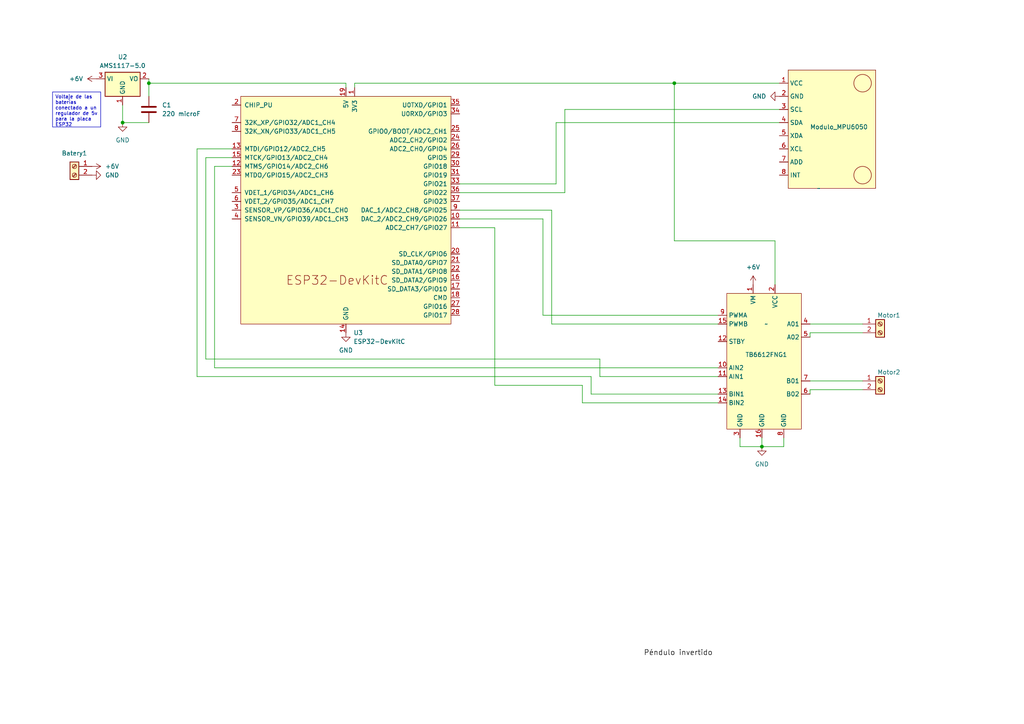
<source format=kicad_sch>
(kicad_sch (version 20230121) (generator eeschema)

  (uuid 8b9ca891-f50e-4c59-9602-21f8bc6a5dd2)

  (paper "A4")

  (lib_symbols
    (symbol "1_my_custom_symbol_library:Módulo_TB6612FNG" (in_bom yes) (on_board yes)
      (property "Reference" "TB6612FNG1" (at 0 -8.89 0)
        (effects (font (size 1.27 1.27)))
      )
      (property "Value" "~" (at 0 0 0)
        (effects (font (size 1.27 1.27)))
      )
      (property "Footprint" "" (at 0 0 0)
        (effects (font (size 1.27 1.27)) hide)
      )
      (property "Datasheet" "" (at 0 0 0)
        (effects (font (size 1.27 1.27)) hide)
      )
      (symbol "Módulo_TB6612FNG_1_1"
        (rectangle (start -10.16 8.89) (end 11.43 -30.48)
          (stroke (width 0) (type default))
          (fill (type background))
        )
        (pin power_in line (at 3.81 11.43 270) (length 2.54)
          (name "VM" (effects (font (size 1.27 1.27))))
          (number "1" (effects (font (size 1.27 1.27))))
        )
        (pin input line (at 13.97 -12.7 180) (length 2.54)
          (name "AIN2" (effects (font (size 1.27 1.27))))
          (number "10" (effects (font (size 1.27 1.27))))
        )
        (pin input line (at 13.97 -15.24 180) (length 2.54)
          (name "AIN1" (effects (font (size 1.27 1.27))))
          (number "11" (effects (font (size 1.27 1.27))))
        )
        (pin input line (at 13.97 -5.08 180) (length 2.54)
          (name "STBY" (effects (font (size 1.27 1.27))))
          (number "12" (effects (font (size 1.27 1.27))))
        )
        (pin input line (at 13.97 -20.32 180) (length 2.54)
          (name "BIN1" (effects (font (size 1.27 1.27))))
          (number "13" (effects (font (size 1.27 1.27))))
        )
        (pin input line (at 13.97 -22.86 180) (length 2.54)
          (name "BIN2" (effects (font (size 1.27 1.27))))
          (number "14" (effects (font (size 1.27 1.27))))
        )
        (pin bidirectional line (at 13.97 0 180) (length 2.54)
          (name "PWMB" (effects (font (size 1.27 1.27))))
          (number "15" (effects (font (size 1.27 1.27))))
        )
        (pin power_in line (at 1.27 -33.02 90) (length 2.54)
          (name "GND" (effects (font (size 1.27 1.27))))
          (number "16" (effects (font (size 1.27 1.27))))
        )
        (pin power_in line (at -2.54 11.43 270) (length 2.54)
          (name "VCC" (effects (font (size 1.27 1.27))))
          (number "2" (effects (font (size 1.27 1.27))))
        )
        (pin power_in line (at 7.62 -33.02 90) (length 2.54)
          (name "GND" (effects (font (size 1.27 1.27))))
          (number "3" (effects (font (size 1.27 1.27))))
        )
        (pin output line (at -12.7 0 0) (length 2.54)
          (name "A01" (effects (font (size 1.27 1.27))))
          (number "4" (effects (font (size 1.27 1.27))))
        )
        (pin output line (at -12.7 -3.81 0) (length 2.54)
          (name "A02" (effects (font (size 1.27 1.27))))
          (number "5" (effects (font (size 1.27 1.27))))
        )
        (pin output line (at -12.7 -20.32 0) (length 2.54)
          (name "B02" (effects (font (size 1.27 1.27))))
          (number "6" (effects (font (size 1.27 1.27))))
        )
        (pin output line (at -12.7 -16.51 0) (length 2.54)
          (name "B01" (effects (font (size 1.27 1.27))))
          (number "7" (effects (font (size 1.27 1.27))))
        )
        (pin power_in line (at -5.08 -33.02 90) (length 2.54)
          (name "GND" (effects (font (size 1.27 1.27))))
          (number "8" (effects (font (size 1.27 1.27))))
        )
        (pin bidirectional line (at 13.97 2.54 180) (length 2.54)
          (name "PWMA" (effects (font (size 1.27 1.27))))
          (number "9" (effects (font (size 1.27 1.27))))
        )
      )
    )
    (symbol "1_my_custom_symbol_library:módulo_MPU6050" (in_bom yes) (on_board yes)
      (property "Reference" "Modulo_MPU6050" (at 0 53.34 0)
        (effects (font (size 1.27 1.27)))
      )
      (property "Value" "" (at 0 0 0)
        (effects (font (size 1.27 1.27)))
      )
      (property "Footprint" "" (at 0 0 0)
        (effects (font (size 1.27 1.27)) hide)
      )
      (property "Datasheet" "" (at 0 0 0)
        (effects (font (size 1.27 1.27)) hide)
      )
      (symbol "módulo_MPU6050_1_1"
        (rectangle (start -8.89 34.29) (end 16.51 0)
          (stroke (width 0) (type default))
          (fill (type background))
        )
        (circle (center 12.7 3.81) (radius 2.54)
          (stroke (width 0) (type default))
          (fill (type none))
        )
        (circle (center 12.7 30.48) (radius 2.54)
          (stroke (width 0) (type default))
          (fill (type none))
        )
        (pin power_in line (at -11.43 30.48 0) (length 2.54)
          (name "VCC" (effects (font (size 1.27 1.27))))
          (number "1" (effects (font (size 1.27 1.27))))
        )
        (pin power_in line (at -11.43 26.67 0) (length 2.54)
          (name "GND" (effects (font (size 1.27 1.27))))
          (number "2" (effects (font (size 1.27 1.27))))
        )
        (pin bidirectional line (at -11.43 22.86 0) (length 2.54)
          (name "SCL" (effects (font (size 1.27 1.27))))
          (number "3" (effects (font (size 1.27 1.27))))
        )
        (pin bidirectional line (at -11.43 19.05 0) (length 2.54)
          (name "SDA" (effects (font (size 1.27 1.27))))
          (number "4" (effects (font (size 1.27 1.27))))
        )
        (pin bidirectional line (at -11.43 15.24 0) (length 2.54)
          (name "XDA" (effects (font (size 1.27 1.27))))
          (number "5" (effects (font (size 1.27 1.27))))
        )
        (pin bidirectional line (at -11.43 11.43 0) (length 2.54)
          (name "XCL" (effects (font (size 1.27 1.27))))
          (number "6" (effects (font (size 1.27 1.27))))
        )
        (pin bidirectional line (at -11.43 7.62 0) (length 2.54)
          (name "ADD" (effects (font (size 1.27 1.27))))
          (number "7" (effects (font (size 1.27 1.27))))
        )
        (pin bidirectional line (at -11.43 3.81 0) (length 2.54)
          (name "INT" (effects (font (size 1.27 1.27))))
          (number "8" (effects (font (size 1.27 1.27))))
        )
      )
    )
    (symbol "Connector:Screw_Terminal_01x02" (pin_names (offset 1.016) hide) (in_bom yes) (on_board yes)
      (property "Reference" "J" (at 0 2.54 0)
        (effects (font (size 1.27 1.27)))
      )
      (property "Value" "Screw_Terminal_01x02" (at 0 -5.08 0)
        (effects (font (size 1.27 1.27)))
      )
      (property "Footprint" "" (at 0 0 0)
        (effects (font (size 1.27 1.27)) hide)
      )
      (property "Datasheet" "~" (at 0 0 0)
        (effects (font (size 1.27 1.27)) hide)
      )
      (property "ki_keywords" "screw terminal" (at 0 0 0)
        (effects (font (size 1.27 1.27)) hide)
      )
      (property "ki_description" "Generic screw terminal, single row, 01x02, script generated (kicad-library-utils/schlib/autogen/connector/)" (at 0 0 0)
        (effects (font (size 1.27 1.27)) hide)
      )
      (property "ki_fp_filters" "TerminalBlock*:*" (at 0 0 0)
        (effects (font (size 1.27 1.27)) hide)
      )
      (symbol "Screw_Terminal_01x02_1_1"
        (rectangle (start -1.27 1.27) (end 1.27 -3.81)
          (stroke (width 0.254) (type default))
          (fill (type background))
        )
        (circle (center 0 -2.54) (radius 0.635)
          (stroke (width 0.1524) (type default))
          (fill (type none))
        )
        (polyline
          (pts
            (xy -0.5334 -2.2098)
            (xy 0.3302 -3.048)
          )
          (stroke (width 0.1524) (type default))
          (fill (type none))
        )
        (polyline
          (pts
            (xy -0.5334 0.3302)
            (xy 0.3302 -0.508)
          )
          (stroke (width 0.1524) (type default))
          (fill (type none))
        )
        (polyline
          (pts
            (xy -0.3556 -2.032)
            (xy 0.508 -2.8702)
          )
          (stroke (width 0.1524) (type default))
          (fill (type none))
        )
        (polyline
          (pts
            (xy -0.3556 0.508)
            (xy 0.508 -0.3302)
          )
          (stroke (width 0.1524) (type default))
          (fill (type none))
        )
        (circle (center 0 0) (radius 0.635)
          (stroke (width 0.1524) (type default))
          (fill (type none))
        )
        (pin passive line (at -5.08 0 0) (length 3.81)
          (name "Pin_1" (effects (font (size 1.27 1.27))))
          (number "1" (effects (font (size 1.27 1.27))))
        )
        (pin passive line (at -5.08 -2.54 0) (length 3.81)
          (name "Pin_2" (effects (font (size 1.27 1.27))))
          (number "2" (effects (font (size 1.27 1.27))))
        )
      )
    )
    (symbol "Device:C" (pin_numbers hide) (pin_names (offset 0.254)) (in_bom yes) (on_board yes)
      (property "Reference" "C" (at 0.635 2.54 0)
        (effects (font (size 1.27 1.27)) (justify left))
      )
      (property "Value" "C" (at 0.635 -2.54 0)
        (effects (font (size 1.27 1.27)) (justify left))
      )
      (property "Footprint" "" (at 0.9652 -3.81 0)
        (effects (font (size 1.27 1.27)) hide)
      )
      (property "Datasheet" "~" (at 0 0 0)
        (effects (font (size 1.27 1.27)) hide)
      )
      (property "ki_keywords" "cap capacitor" (at 0 0 0)
        (effects (font (size 1.27 1.27)) hide)
      )
      (property "ki_description" "Unpolarized capacitor" (at 0 0 0)
        (effects (font (size 1.27 1.27)) hide)
      )
      (property "ki_fp_filters" "C_*" (at 0 0 0)
        (effects (font (size 1.27 1.27)) hide)
      )
      (symbol "C_0_1"
        (polyline
          (pts
            (xy -2.032 -0.762)
            (xy 2.032 -0.762)
          )
          (stroke (width 0.508) (type default))
          (fill (type none))
        )
        (polyline
          (pts
            (xy -2.032 0.762)
            (xy 2.032 0.762)
          )
          (stroke (width 0.508) (type default))
          (fill (type none))
        )
      )
      (symbol "C_1_1"
        (pin passive line (at 0 3.81 270) (length 2.794)
          (name "~" (effects (font (size 1.27 1.27))))
          (number "1" (effects (font (size 1.27 1.27))))
        )
        (pin passive line (at 0 -3.81 90) (length 2.794)
          (name "~" (effects (font (size 1.27 1.27))))
          (number "2" (effects (font (size 1.27 1.27))))
        )
      )
    )
    (symbol "ESP32-DevKitC_1" (pin_names (offset 1.016)) (in_bom yes) (on_board yes)
      (property "Reference" "U" (at -30.48 38.1 0)
        (effects (font (size 1.27 1.27)) (justify left))
      )
      (property "Value" "ESP32-DevKitC" (at -30.48 35.56 0)
        (effects (font (size 1.27 1.27)) (justify left))
      )
      (property "Footprint" "PCM_Espressif:ESP32-DevKitC" (at 0 -43.18 0)
        (effects (font (size 1.27 1.27)) hide)
      )
      (property "Datasheet" "https://docs.espressif.com/projects/esp-idf/zh_CN/latest/esp32/hw-reference/esp32/get-started-devkitc.html" (at 0 -45.72 0)
        (effects (font (size 1.27 1.27)) hide)
      )
      (property "ki_keywords" "ESP32" (at 0 0 0)
        (effects (font (size 1.27 1.27)) hide)
      )
      (property "ki_description" "Development Kit" (at 0 0 0)
        (effects (font (size 1.27 1.27)) hide)
      )
      (symbol "ESP32-DevKitC_1_0_0"
        (text "ESP32-DevKitC" (at -2.54 -20.32 0)
          (effects (font (size 2.54 2.54)))
        )
        (pin power_in line (at 0 -35.56 90) (length 2.54)
          (name "GND" (effects (font (size 1.27 1.27))))
          (number "14" (effects (font (size 1.27 1.27))))
        )
        (pin power_in line (at 0 35.56 270) (length 2.54)
          (name "5V" (effects (font (size 1.27 1.27))))
          (number "19" (effects (font (size 1.27 1.27))))
        )
      )
      (symbol "ESP32-DevKitC_1_0_1"
        (rectangle (start -30.48 33.02) (end 30.48 -33.02)
          (stroke (width 0) (type default))
          (fill (type background))
        )
      )
      (symbol "ESP32-DevKitC_1_1_1"
        (pin power_in line (at 2.54 35.56 270) (length 2.54)
          (name "3V3" (effects (font (size 1.27 1.27))))
          (number "1" (effects (font (size 1.27 1.27))))
        )
        (pin bidirectional line (at 33.02 -2.54 180) (length 2.54)
          (name "DAC_2/ADC2_CH9/GPIO26" (effects (font (size 1.27 1.27))))
          (number "10" (effects (font (size 1.27 1.27))))
        )
        (pin bidirectional line (at 33.02 -5.08 180) (length 2.54)
          (name "ADC2_CH7/GPIO27" (effects (font (size 1.27 1.27))))
          (number "11" (effects (font (size 1.27 1.27))))
        )
        (pin bidirectional line (at -33.02 12.7 0) (length 2.54)
          (name "MTMS/GPIO14/ADC2_CH6" (effects (font (size 1.27 1.27))))
          (number "12" (effects (font (size 1.27 1.27))))
        )
        (pin bidirectional line (at -33.02 17.78 0) (length 2.54)
          (name "MTDI/GPIO12/ADC2_CH5" (effects (font (size 1.27 1.27))))
          (number "13" (effects (font (size 1.27 1.27))))
        )
        (pin bidirectional line (at -33.02 15.24 0) (length 2.54)
          (name "MTCK/GPIO13/ADC2_CH4" (effects (font (size 1.27 1.27))))
          (number "15" (effects (font (size 1.27 1.27))))
        )
        (pin bidirectional line (at 33.02 -20.32 180) (length 2.54)
          (name "SD_DATA2/GPIO9" (effects (font (size 1.27 1.27))))
          (number "16" (effects (font (size 1.27 1.27))))
        )
        (pin bidirectional line (at 33.02 -22.86 180) (length 2.54)
          (name "SD_DATA3/GPIO10" (effects (font (size 1.27 1.27))))
          (number "17" (effects (font (size 1.27 1.27))))
        )
        (pin bidirectional line (at 33.02 -25.4 180) (length 2.54)
          (name "CMD" (effects (font (size 1.27 1.27))))
          (number "18" (effects (font (size 1.27 1.27))))
        )
        (pin input line (at -33.02 30.48 0) (length 2.54)
          (name "CHIP_PU" (effects (font (size 1.27 1.27))))
          (number "2" (effects (font (size 1.27 1.27))))
        )
        (pin bidirectional line (at 33.02 -12.7 180) (length 2.54)
          (name "SD_CLK/GPIO6" (effects (font (size 1.27 1.27))))
          (number "20" (effects (font (size 1.27 1.27))))
        )
        (pin bidirectional line (at 33.02 -15.24 180) (length 2.54)
          (name "SD_DATA0/GPIO7" (effects (font (size 1.27 1.27))))
          (number "21" (effects (font (size 1.27 1.27))))
        )
        (pin bidirectional line (at 33.02 -17.78 180) (length 2.54)
          (name "SD_DATA1/GPIO8" (effects (font (size 1.27 1.27))))
          (number "22" (effects (font (size 1.27 1.27))))
        )
        (pin bidirectional line (at -33.02 10.16 0) (length 2.54)
          (name "MTDO/GPIO15/ADC2_CH3" (effects (font (size 1.27 1.27))))
          (number "23" (effects (font (size 1.27 1.27))))
        )
        (pin bidirectional line (at 33.02 20.32 180) (length 2.54)
          (name "ADC2_CH2/GPIO2" (effects (font (size 1.27 1.27))))
          (number "24" (effects (font (size 1.27 1.27))))
        )
        (pin bidirectional line (at 33.02 22.86 180) (length 2.54)
          (name "GPIO0/BOOT/ADC2_CH1" (effects (font (size 1.27 1.27))))
          (number "25" (effects (font (size 1.27 1.27))))
        )
        (pin bidirectional line (at 33.02 17.78 180) (length 2.54)
          (name "ADC2_CH0/GPIO4" (effects (font (size 1.27 1.27))))
          (number "26" (effects (font (size 1.27 1.27))))
        )
        (pin bidirectional line (at 33.02 -27.94 180) (length 2.54)
          (name "GPIO16" (effects (font (size 1.27 1.27))))
          (number "27" (effects (font (size 1.27 1.27))))
        )
        (pin bidirectional line (at 33.02 -30.48 180) (length 2.54)
          (name "GPIO17" (effects (font (size 1.27 1.27))))
          (number "28" (effects (font (size 1.27 1.27))))
        )
        (pin bidirectional line (at 33.02 15.24 180) (length 2.54)
          (name "GPIO5" (effects (font (size 1.27 1.27))))
          (number "29" (effects (font (size 1.27 1.27))))
        )
        (pin input line (at -33.02 0 0) (length 2.54)
          (name "SENSOR_VP/GPIO36/ADC1_CH0" (effects (font (size 1.27 1.27))))
          (number "3" (effects (font (size 1.27 1.27))))
        )
        (pin bidirectional line (at 33.02 12.7 180) (length 2.54)
          (name "GPIO18" (effects (font (size 1.27 1.27))))
          (number "30" (effects (font (size 1.27 1.27))))
        )
        (pin bidirectional line (at 33.02 10.16 180) (length 2.54)
          (name "GPIO19" (effects (font (size 1.27 1.27))))
          (number "31" (effects (font (size 1.27 1.27))))
        )
        (pin passive line (at 0 -35.56 90) (length 2.54) hide
          (name "GND" (effects (font (size 1.27 1.27))))
          (number "32" (effects (font (size 1.27 1.27))))
        )
        (pin bidirectional line (at 33.02 7.62 180) (length 2.54)
          (name "GPIO21" (effects (font (size 1.27 1.27))))
          (number "33" (effects (font (size 1.27 1.27))))
        )
        (pin bidirectional line (at 33.02 27.94 180) (length 2.54)
          (name "U0RXD/GPIO3" (effects (font (size 1.27 1.27))))
          (number "34" (effects (font (size 1.27 1.27))))
        )
        (pin bidirectional line (at 33.02 30.48 180) (length 2.54)
          (name "U0TXD/GPIO1" (effects (font (size 1.27 1.27))))
          (number "35" (effects (font (size 1.27 1.27))))
        )
        (pin bidirectional line (at 33.02 5.08 180) (length 2.54)
          (name "GPIO22" (effects (font (size 1.27 1.27))))
          (number "36" (effects (font (size 1.27 1.27))))
        )
        (pin bidirectional line (at 33.02 2.54 180) (length 2.54)
          (name "GPIO23" (effects (font (size 1.27 1.27))))
          (number "37" (effects (font (size 1.27 1.27))))
        )
        (pin passive line (at 0 -35.56 90) (length 2.54) hide
          (name "GND" (effects (font (size 1.27 1.27))))
          (number "38" (effects (font (size 1.27 1.27))))
        )
        (pin input line (at -33.02 -2.54 0) (length 2.54)
          (name "SENSOR_VN/GPIO39/ADC1_CH3" (effects (font (size 1.27 1.27))))
          (number "4" (effects (font (size 1.27 1.27))))
        )
        (pin input line (at -33.02 5.08 0) (length 2.54)
          (name "VDET_1/GPIO34/ADC1_CH6" (effects (font (size 1.27 1.27))))
          (number "5" (effects (font (size 1.27 1.27))))
        )
        (pin input line (at -33.02 2.54 0) (length 2.54)
          (name "VDET_2/GPIO35/ADC1_CH7" (effects (font (size 1.27 1.27))))
          (number "6" (effects (font (size 1.27 1.27))))
        )
        (pin bidirectional line (at -33.02 25.4 0) (length 2.54)
          (name "32K_XP/GPIO32/ADC1_CH4" (effects (font (size 1.27 1.27))))
          (number "7" (effects (font (size 1.27 1.27))))
        )
        (pin bidirectional line (at -33.02 22.86 0) (length 2.54)
          (name "32K_XN/GPIO33/ADC1_CH5" (effects (font (size 1.27 1.27))))
          (number "8" (effects (font (size 1.27 1.27))))
        )
        (pin bidirectional line (at 33.02 0 180) (length 2.54)
          (name "DAC_1/ADC2_CH8/GPIO25" (effects (font (size 1.27 1.27))))
          (number "9" (effects (font (size 1.27 1.27))))
        )
      )
    )
    (symbol "Regulator_Linear:AMS1117-5.0" (in_bom yes) (on_board yes)
      (property "Reference" "U" (at -3.81 3.175 0)
        (effects (font (size 1.27 1.27)))
      )
      (property "Value" "AMS1117-5.0" (at 0 3.175 0)
        (effects (font (size 1.27 1.27)) (justify left))
      )
      (property "Footprint" "Package_TO_SOT_SMD:SOT-223-3_TabPin2" (at 0 5.08 0)
        (effects (font (size 1.27 1.27)) hide)
      )
      (property "Datasheet" "http://www.advanced-monolithic.com/pdf/ds1117.pdf" (at 2.54 -6.35 0)
        (effects (font (size 1.27 1.27)) hide)
      )
      (property "ki_keywords" "linear regulator ldo fixed positive" (at 0 0 0)
        (effects (font (size 1.27 1.27)) hide)
      )
      (property "ki_description" "1A Low Dropout regulator, positive, 5.0V fixed output, SOT-223" (at 0 0 0)
        (effects (font (size 1.27 1.27)) hide)
      )
      (property "ki_fp_filters" "SOT?223*TabPin2*" (at 0 0 0)
        (effects (font (size 1.27 1.27)) hide)
      )
      (symbol "AMS1117-5.0_0_1"
        (rectangle (start -5.08 -5.08) (end 5.08 1.905)
          (stroke (width 0.254) (type default))
          (fill (type background))
        )
      )
      (symbol "AMS1117-5.0_1_1"
        (pin power_in line (at 0 -7.62 90) (length 2.54)
          (name "GND" (effects (font (size 1.27 1.27))))
          (number "1" (effects (font (size 1.27 1.27))))
        )
        (pin power_out line (at 7.62 0 180) (length 2.54)
          (name "VO" (effects (font (size 1.27 1.27))))
          (number "2" (effects (font (size 1.27 1.27))))
        )
        (pin power_in line (at -7.62 0 0) (length 2.54)
          (name "VI" (effects (font (size 1.27 1.27))))
          (number "3" (effects (font (size 1.27 1.27))))
        )
      )
    )
    (symbol "power:+6V" (power) (pin_names (offset 0)) (in_bom yes) (on_board yes)
      (property "Reference" "#PWR" (at 0 -3.81 0)
        (effects (font (size 1.27 1.27)) hide)
      )
      (property "Value" "+6V" (at 0 3.556 0)
        (effects (font (size 1.27 1.27)))
      )
      (property "Footprint" "" (at 0 0 0)
        (effects (font (size 1.27 1.27)) hide)
      )
      (property "Datasheet" "" (at 0 0 0)
        (effects (font (size 1.27 1.27)) hide)
      )
      (property "ki_keywords" "global power" (at 0 0 0)
        (effects (font (size 1.27 1.27)) hide)
      )
      (property "ki_description" "Power symbol creates a global label with name \"+6V\"" (at 0 0 0)
        (effects (font (size 1.27 1.27)) hide)
      )
      (symbol "+6V_0_1"
        (polyline
          (pts
            (xy -0.762 1.27)
            (xy 0 2.54)
          )
          (stroke (width 0) (type default))
          (fill (type none))
        )
        (polyline
          (pts
            (xy 0 0)
            (xy 0 2.54)
          )
          (stroke (width 0) (type default))
          (fill (type none))
        )
        (polyline
          (pts
            (xy 0 2.54)
            (xy 0.762 1.27)
          )
          (stroke (width 0) (type default))
          (fill (type none))
        )
      )
      (symbol "+6V_1_1"
        (pin power_in line (at 0 0 90) (length 0) hide
          (name "+6V" (effects (font (size 1.27 1.27))))
          (number "1" (effects (font (size 1.27 1.27))))
        )
      )
    )
    (symbol "power:GND" (power) (pin_names (offset 0)) (in_bom yes) (on_board yes)
      (property "Reference" "#PWR" (at 0 -6.35 0)
        (effects (font (size 1.27 1.27)) hide)
      )
      (property "Value" "GND" (at 0 -3.81 0)
        (effects (font (size 1.27 1.27)))
      )
      (property "Footprint" "" (at 0 0 0)
        (effects (font (size 1.27 1.27)) hide)
      )
      (property "Datasheet" "" (at 0 0 0)
        (effects (font (size 1.27 1.27)) hide)
      )
      (property "ki_keywords" "global power" (at 0 0 0)
        (effects (font (size 1.27 1.27)) hide)
      )
      (property "ki_description" "Power symbol creates a global label with name \"GND\" , ground" (at 0 0 0)
        (effects (font (size 1.27 1.27)) hide)
      )
      (symbol "GND_0_1"
        (polyline
          (pts
            (xy 0 0)
            (xy 0 -1.27)
            (xy 1.27 -1.27)
            (xy 0 -2.54)
            (xy -1.27 -1.27)
            (xy 0 -1.27)
          )
          (stroke (width 0) (type default))
          (fill (type none))
        )
      )
      (symbol "GND_1_1"
        (pin power_in line (at 0 0 270) (length 0) hide
          (name "GND" (effects (font (size 1.27 1.27))))
          (number "1" (effects (font (size 1.27 1.27))))
        )
      )
    )
  )

  (junction (at 35.56 35.56) (diameter 0) (color 0 0 0 0)
    (uuid 43e2b6a7-9c5b-456c-a620-f608d6a2a7d8)
  )
  (junction (at 220.98 129.54) (diameter 0) (color 0 0 0 0)
    (uuid 680d9c45-cd19-4049-8e34-3badad91d2c9)
  )
  (junction (at 43.18 24.13) (diameter 0) (color 0 0 0 0)
    (uuid 97b54786-0e6e-4ae7-9cda-73abcd185eef)
  )
  (junction (at 195.58 24.13) (diameter 0) (color 0 0 0 0)
    (uuid f90a8b45-019b-4c84-bf8e-9d78cfb13f51)
  )

  (wire (pts (xy 43.18 24.13) (xy 100.33 24.13))
    (stroke (width 0) (type default))
    (uuid 00a0713e-bd6a-4de3-9e6c-a0a78867729f)
  )
  (wire (pts (xy 234.95 93.98) (xy 250.19 93.98))
    (stroke (width 0) (type default))
    (uuid 027652c4-6bd6-4f22-babd-aadae5265d05)
  )
  (wire (pts (xy 133.35 55.88) (xy 163.83 55.88))
    (stroke (width 0) (type default))
    (uuid 068a5c92-1e34-4d03-a017-c1d66b4d03cb)
  )
  (wire (pts (xy 173.99 104.14) (xy 173.99 109.22))
    (stroke (width 0) (type default))
    (uuid 083c1b2e-649e-442b-8e40-eae7dfb0fa49)
  )
  (wire (pts (xy 102.87 24.13) (xy 102.87 25.4))
    (stroke (width 0) (type default))
    (uuid 0889f709-6915-4e65-abd7-520dc60ea8bc)
  )
  (wire (pts (xy 43.18 22.86) (xy 43.18 24.13))
    (stroke (width 0) (type default))
    (uuid 0d3b8e97-0fe7-46c8-9144-cfbcf26016eb)
  )
  (wire (pts (xy 62.23 106.68) (xy 208.28 106.68))
    (stroke (width 0) (type default))
    (uuid 0e5e426a-70c0-4114-aceb-79ec5877ca64)
  )
  (wire (pts (xy 171.45 109.22) (xy 171.45 114.3))
    (stroke (width 0) (type default))
    (uuid 16b4a09e-72d0-4af6-9365-d4d756debfa3)
  )
  (wire (pts (xy 227.33 127) (xy 227.33 129.54))
    (stroke (width 0) (type default))
    (uuid 237f1645-40e3-42e6-824b-d24b0c8bde0b)
  )
  (wire (pts (xy 161.29 53.34) (xy 133.35 53.34))
    (stroke (width 0) (type default))
    (uuid 26dee617-b609-412c-a33d-71259158f5ad)
  )
  (wire (pts (xy 57.15 43.18) (xy 67.31 43.18))
    (stroke (width 0) (type default))
    (uuid 291a87e8-1c4c-44f8-b56c-c86c5b803bc1)
  )
  (wire (pts (xy 59.69 45.72) (xy 67.31 45.72))
    (stroke (width 0) (type default))
    (uuid 2ad7fd04-5739-49f9-8474-df9163e32378)
  )
  (wire (pts (xy 57.15 109.22) (xy 57.15 43.18))
    (stroke (width 0) (type default))
    (uuid 2d57aeaa-f1ea-4402-bb18-9b8b95bfa6f6)
  )
  (wire (pts (xy 62.23 48.26) (xy 67.31 48.26))
    (stroke (width 0) (type default))
    (uuid 2e4d03ea-f405-4d77-baf6-12558f8774b3)
  )
  (wire (pts (xy 195.58 24.13) (xy 226.06 24.13))
    (stroke (width 0) (type default))
    (uuid 2f4741d6-fdd0-4fb5-9b40-e3ef3f4a45bd)
  )
  (wire (pts (xy 157.48 63.5) (xy 133.35 63.5))
    (stroke (width 0) (type default))
    (uuid 32608cb3-fd8c-49b1-a58f-7271a0dfe45d)
  )
  (wire (pts (xy 171.45 114.3) (xy 208.28 114.3))
    (stroke (width 0) (type default))
    (uuid 36b97686-12b2-4c02-9f76-fc9640769313)
  )
  (wire (pts (xy 102.87 24.13) (xy 195.58 24.13))
    (stroke (width 0) (type default))
    (uuid 3eba5ade-c0ab-4baa-9b5b-f0253b5bc613)
  )
  (wire (pts (xy 59.69 104.14) (xy 59.69 45.72))
    (stroke (width 0) (type default))
    (uuid 44176924-aa10-4c39-b4b5-fa537f0c1583)
  )
  (wire (pts (xy 62.23 106.68) (xy 62.23 48.26))
    (stroke (width 0) (type default))
    (uuid 5a773a9e-8559-4338-b846-5d4a8864fd0a)
  )
  (wire (pts (xy 214.63 129.54) (xy 214.63 127))
    (stroke (width 0) (type default))
    (uuid 5d5abe2f-8c70-403c-973b-a5fbc77632fb)
  )
  (wire (pts (xy 163.83 31.75) (xy 226.06 31.75))
    (stroke (width 0) (type default))
    (uuid 634d5612-1613-4a08-9000-c84e57c3a7b0)
  )
  (wire (pts (xy 35.56 35.56) (xy 43.18 35.56))
    (stroke (width 0) (type default))
    (uuid 6b2dd282-c11e-4a67-9206-8f9e4468c9ae)
  )
  (wire (pts (xy 220.98 129.54) (xy 214.63 129.54))
    (stroke (width 0) (type default))
    (uuid 6e8bc29d-2b7d-4762-94da-e37bae0fd533)
  )
  (wire (pts (xy 224.79 82.55) (xy 224.79 69.85))
    (stroke (width 0) (type default))
    (uuid 7755c2f8-6cae-4cc7-a67d-19fb6e521ffb)
  )
  (wire (pts (xy 168.91 111.76) (xy 168.91 116.84))
    (stroke (width 0) (type default))
    (uuid 7bceae04-8400-4bdc-89fd-2660eeac04c8)
  )
  (wire (pts (xy 133.35 60.96) (xy 160.02 60.96))
    (stroke (width 0) (type default))
    (uuid 7c2a097f-e843-4dbb-9fae-739240e7dff4)
  )
  (wire (pts (xy 161.29 35.56) (xy 161.29 53.34))
    (stroke (width 0) (type default))
    (uuid 7c6810ac-5512-45d4-b806-934dffe24c77)
  )
  (wire (pts (xy 163.83 31.75) (xy 163.83 55.88))
    (stroke (width 0) (type default))
    (uuid 7e980c48-2c99-472a-9c74-eefeeb22195d)
  )
  (wire (pts (xy 160.02 93.98) (xy 208.28 93.98))
    (stroke (width 0) (type default))
    (uuid 899fdca3-156e-4c35-b39d-4848370a09f5)
  )
  (wire (pts (xy 35.56 35.56) (xy 35.56 30.48))
    (stroke (width 0) (type default))
    (uuid 9ab21008-d469-4298-8352-8a59aee8a8ab)
  )
  (wire (pts (xy 224.79 69.85) (xy 195.58 69.85))
    (stroke (width 0) (type default))
    (uuid 9beeaa04-e669-4668-ad88-6cf6b6643043)
  )
  (wire (pts (xy 143.51 66.04) (xy 133.35 66.04))
    (stroke (width 0) (type default))
    (uuid 9d6d331f-42cd-444d-8d3a-b3385d26ecf9)
  )
  (wire (pts (xy 250.19 113.03) (xy 234.95 113.03))
    (stroke (width 0) (type default))
    (uuid 9ee7d7af-3bf0-4f4a-a033-1f216b010956)
  )
  (wire (pts (xy 161.29 35.56) (xy 226.06 35.56))
    (stroke (width 0) (type default))
    (uuid a190599b-e526-43eb-8a87-b4a11f01873e)
  )
  (wire (pts (xy 195.58 69.85) (xy 195.58 24.13))
    (stroke (width 0) (type default))
    (uuid a26e52db-cd31-4408-88fc-58ca8f1d5ef2)
  )
  (wire (pts (xy 43.18 24.13) (xy 43.18 27.94))
    (stroke (width 0) (type default))
    (uuid a906e8e5-9fd6-407c-9fa0-e5697f1289e4)
  )
  (wire (pts (xy 227.33 129.54) (xy 220.98 129.54))
    (stroke (width 0) (type default))
    (uuid aa94fc0a-5ea9-4ef4-a09d-19bd8983012e)
  )
  (wire (pts (xy 173.99 109.22) (xy 208.28 109.22))
    (stroke (width 0) (type default))
    (uuid aaefcf7b-36ae-4425-9406-04fd2d30abf7)
  )
  (wire (pts (xy 168.91 116.84) (xy 208.28 116.84))
    (stroke (width 0) (type default))
    (uuid b861a8c6-fb0c-483e-bc50-e5559f2cf464)
  )
  (wire (pts (xy 160.02 60.96) (xy 160.02 93.98))
    (stroke (width 0) (type default))
    (uuid bdfafe95-c203-4cba-b1a5-0ab0b6b29e8b)
  )
  (wire (pts (xy 157.48 63.5) (xy 157.48 91.44))
    (stroke (width 0) (type default))
    (uuid ce592c90-a9b3-41a1-a5c1-2b66b2db0fd0)
  )
  (wire (pts (xy 157.48 91.44) (xy 208.28 91.44))
    (stroke (width 0) (type default))
    (uuid da196122-76b0-4757-b0d4-049671a0e3c5)
  )
  (wire (pts (xy 234.95 96.52) (xy 234.95 97.79))
    (stroke (width 0) (type default))
    (uuid e1258fcf-b5fa-4480-9c72-6ca833c627c8)
  )
  (wire (pts (xy 59.69 104.14) (xy 173.99 104.14))
    (stroke (width 0) (type default))
    (uuid eb343b53-e64b-4528-9a7b-78d49ff70bcf)
  )
  (wire (pts (xy 220.98 127) (xy 220.98 129.54))
    (stroke (width 0) (type default))
    (uuid ec7f7b91-512d-443d-89a2-43553cd357d4)
  )
  (wire (pts (xy 100.33 24.13) (xy 100.33 25.4))
    (stroke (width 0) (type default))
    (uuid ed1eb6e0-f215-4d00-918c-a3ec4f8092d4)
  )
  (wire (pts (xy 168.91 111.76) (xy 143.51 111.76))
    (stroke (width 0) (type default))
    (uuid f2960291-71dc-44c8-8c06-3181e631f0e5)
  )
  (wire (pts (xy 250.19 96.52) (xy 234.95 96.52))
    (stroke (width 0) (type default))
    (uuid f41823df-d0c1-4da3-9049-720ac7711201)
  )
  (wire (pts (xy 57.15 109.22) (xy 171.45 109.22))
    (stroke (width 0) (type default))
    (uuid f66e6f52-0f4f-434c-bc5b-e606420934f0)
  )
  (wire (pts (xy 234.95 110.49) (xy 250.19 110.49))
    (stroke (width 0) (type default))
    (uuid f71108fd-0e82-4ce8-905b-5e01e2222269)
  )
  (wire (pts (xy 143.51 111.76) (xy 143.51 66.04))
    (stroke (width 0) (type default))
    (uuid f74a49e4-3b0b-4ca9-a863-02e4e5c398a3)
  )
  (wire (pts (xy 234.95 113.03) (xy 234.95 114.3))
    (stroke (width 0) (type default))
    (uuid fe136a89-1cfb-4247-8a54-671e4e4404ed)
  )

  (text_box "Voltaje de las baterías conectado a un regulador de 5v para la placa ESP32"
    (at 15.24 26.67 0) (size 13.97 10.16)
    (stroke (width 0) (type default))
    (fill (type none))
    (effects (font (size 1 1)) (justify left top))
    (uuid e9a6a564-952c-4297-beb6-8b4487240e96)
  )

  (label "Péndulo invertido" (at 186.69 190.5 0) (fields_autoplaced)
    (effects (font (size 1.5 1.5)) (justify left bottom))
    (uuid 36f46aed-cbbb-4ebb-a9ee-4450bc9301b2)
  )

  (symbol (lib_id "1_my_custom_symbol_library:Módulo_TB6612FNG") (at 222.25 93.98 0) (mirror y) (unit 1)
    (in_bom yes) (on_board yes) (dnp no)
    (uuid 26528b26-00e7-42b1-98ca-ceb257b4f586)
    (property "Reference" "TB6612FNG1" (at 222.25 102.87 0)
      (effects (font (size 1.27 1.27)))
    )
    (property "Value" "~" (at 222.25 93.98 0)
      (effects (font (size 1.27 1.27)))
    )
    (property "Footprint" "1_My_custom_library:Módulo TB6612FNG" (at 222.25 93.98 0)
      (effects (font (size 1.27 1.27)) hide)
    )
    (property "Datasheet" "" (at 222.25 93.98 0)
      (effects (font (size 1.27 1.27)) hide)
    )
    (pin "2" (uuid 765154a0-6a89-4f32-aa0c-87dae3fb5d95))
    (pin "7" (uuid 41cdf215-360b-4464-8b36-0ae7df61f7bf))
    (pin "5" (uuid 46f77744-2a16-4aab-b800-2d71073f5734))
    (pin "8" (uuid 3ddb1cf5-4a61-4c0b-bc2e-290388a910be))
    (pin "3" (uuid 271b087e-0be6-4760-897b-a05c31d7427d))
    (pin "11" (uuid 489ca748-4f25-4b80-a8ac-297059e7414f))
    (pin "1" (uuid 496e4833-d900-4d56-974e-964112bbc529))
    (pin "6" (uuid afdb4f5e-44ad-4b0d-966c-fd9243965c57))
    (pin "9" (uuid 461169a0-f184-42b3-97e6-1cb4b9a30efe))
    (pin "12" (uuid 2658099b-9418-45f6-b844-0498aa01c85e))
    (pin "15" (uuid cba5d1a6-20d0-4a0d-aa60-07b5f6f4fb08))
    (pin "16" (uuid d54059cc-e319-4cb1-b85a-84c5f4e62880))
    (pin "4" (uuid f4a3b549-e5f2-4e31-ad43-a9d12444757d))
    (pin "10" (uuid 24051a18-cc44-46c2-97c0-b1e24c35fcc3))
    (pin "14" (uuid 150cb9a6-5207-4809-bdff-959d9b5a0976))
    (pin "13" (uuid 4b779739-a3d1-41fd-9c50-dd8d96af4e7a))
    (instances
      (project "PCB_pendulo_invertido"
        (path "/8b9ca891-f50e-4c59-9602-21f8bc6a5dd2"
          (reference "TB6612FNG1") (unit 1)
        )
      )
    )
  )

  (symbol (lib_id "power:GND") (at 220.98 129.54 0) (unit 1)
    (in_bom yes) (on_board yes) (dnp no) (fields_autoplaced)
    (uuid 3ddf603d-cfa7-4184-b6ff-e3623793e18b)
    (property "Reference" "#PWR06" (at 220.98 135.89 0)
      (effects (font (size 1.27 1.27)) hide)
    )
    (property "Value" "GND" (at 220.98 134.62 0)
      (effects (font (size 1.27 1.27)))
    )
    (property "Footprint" "" (at 220.98 129.54 0)
      (effects (font (size 1.27 1.27)) hide)
    )
    (property "Datasheet" "" (at 220.98 129.54 0)
      (effects (font (size 1.27 1.27)) hide)
    )
    (pin "1" (uuid 12a95abf-0144-4589-84ff-3d571e6a21d9))
    (instances
      (project "PCB_pendulo_invertido"
        (path "/8b9ca891-f50e-4c59-9602-21f8bc6a5dd2"
          (reference "#PWR06") (unit 1)
        )
      )
    )
  )

  (symbol (lib_id "power:GND") (at 100.33 96.52 0) (unit 1)
    (in_bom yes) (on_board yes) (dnp no) (fields_autoplaced)
    (uuid 653f0c30-a9be-467b-9d78-866b3de42e63)
    (property "Reference" "#PWR05" (at 100.33 102.87 0)
      (effects (font (size 1.27 1.27)) hide)
    )
    (property "Value" "GND" (at 100.33 101.6 0)
      (effects (font (size 1.27 1.27)))
    )
    (property "Footprint" "" (at 100.33 96.52 0)
      (effects (font (size 1.27 1.27)) hide)
    )
    (property "Datasheet" "" (at 100.33 96.52 0)
      (effects (font (size 1.27 1.27)) hide)
    )
    (pin "1" (uuid 51278eda-9181-4fb1-b93b-69a698d8c255))
    (instances
      (project "PCB_pendulo_invertido"
        (path "/8b9ca891-f50e-4c59-9602-21f8bc6a5dd2"
          (reference "#PWR05") (unit 1)
        )
      )
    )
  )

  (symbol (lib_name "ESP32-DevKitC_1") (lib_id "PCM_Espressif:ESP32-DevKitC") (at 100.33 60.96 0) (unit 1)
    (in_bom yes) (on_board yes) (dnp no) (fields_autoplaced)
    (uuid 95ac0a40-d8a8-43db-bd85-271418a47687)
    (property "Reference" "U3" (at 102.5241 96.52 0)
      (effects (font (size 1.27 1.27)) (justify left))
    )
    (property "Value" "ESP32-DevKitC" (at 102.5241 99.06 0)
      (effects (font (size 1.27 1.27)) (justify left))
    )
    (property "Footprint" "PCM_Espressif:ESP32-DevKitC" (at 100.33 104.14 0)
      (effects (font (size 1.27 1.27)) hide)
    )
    (property "Datasheet" "https://docs.espressif.com/projects/esp-idf/zh_CN/latest/esp32/hw-reference/esp32/get-started-devkitc.html" (at 100.33 106.68 0)
      (effects (font (size 1.27 1.27)) hide)
    )
    (pin "36" (uuid 38f642da-9c55-456a-afff-95bb1f922f1d))
    (pin "7" (uuid 71c3412f-e818-4fb0-81fb-4f8dbe1b4ed6))
    (pin "35" (uuid 7a0d90e2-803e-4456-91d6-2ae7b3d503e1))
    (pin "37" (uuid 3034fe53-06f6-45c6-bfdc-c2cbb3cb2c8e))
    (pin "6" (uuid f6a53d06-c1aa-4cdb-b0c1-d6688278c2f6))
    (pin "4" (uuid b84ad035-bb77-41d9-a8a5-9525651fb76a))
    (pin "8" (uuid adf59ce0-224e-4681-ad41-8ddb844b7c83))
    (pin "34" (uuid a7d385ed-5934-41f2-9faa-cbcd257ed74c))
    (pin "5" (uuid 9eb47f1e-21c8-49d8-9cab-e9280405e619))
    (pin "38" (uuid 31066c40-3673-4b5b-a7fb-96ecb22ed4bb))
    (pin "9" (uuid d1714002-3aeb-4fd9-928f-896dc829f107))
    (pin "3" (uuid 7f28ef0b-0b32-470e-837a-15dadb9ced5f))
    (pin "19" (uuid f8c4aad9-1999-4304-a6a9-2b9232872de0))
    (pin "24" (uuid 079ae087-6a50-4834-be29-b59d968b95cd))
    (pin "20" (uuid fc060e77-0113-439a-87be-52fa2585c6a5))
    (pin "1" (uuid 16aeeb6b-7356-49be-9929-82048168d6c9))
    (pin "13" (uuid 81b8d52e-409f-46f1-9472-7e62decb4fab))
    (pin "25" (uuid 6c39dc7e-e7bb-4a84-ab84-9b62e12342d5))
    (pin "27" (uuid 5fcdacf5-0b0d-48a9-8fac-795ff3a222e4))
    (pin "14" (uuid 93521ed6-2c81-4b98-afcc-c9d974157b65))
    (pin "16" (uuid 0e7925ef-a96a-4e92-9926-54d6a6a3e473))
    (pin "30" (uuid 8db6f415-4401-4030-bfda-ad54273dad21))
    (pin "31" (uuid 0a84862d-b175-4ffb-86e8-a791d6b39a5a))
    (pin "15" (uuid be5c3b51-cf06-4002-85fe-4a43633d5a98))
    (pin "10" (uuid 1c1137ee-b63c-415c-8d65-ef9ff0c33b35))
    (pin "11" (uuid 399bbf9b-6a2e-449f-94cb-ffa321eed5ab))
    (pin "2" (uuid f912ac06-9cc8-4836-8e3c-8e43fdc0982b))
    (pin "21" (uuid 3ed95509-e156-439d-88c5-0d55c30795f1))
    (pin "23" (uuid 0e2e03eb-bcc7-4d21-bd6f-793621602b90))
    (pin "32" (uuid 53898da8-c741-42a0-bf9b-a05a9ec70837))
    (pin "33" (uuid 7395d201-9f38-4ace-b653-889d3afb98c9))
    (pin "12" (uuid 2d98423c-cf20-4702-8323-7b349af742e5))
    (pin "22" (uuid ecea1cb5-e123-4bdc-926e-fb4a68caa8fc))
    (pin "18" (uuid df67539b-912f-4f24-9cca-c90f259520f3))
    (pin "26" (uuid b84a77a0-e4c3-4430-9de1-ff291553b8ba))
    (pin "17" (uuid cc738066-fdb6-4ddf-ab03-d7523ad5a91c))
    (pin "28" (uuid 8f3f57fe-90cc-4580-8630-3bae5c01f6da))
    (pin "29" (uuid de060469-89e0-4d22-aa55-b08dc3fef4a2))
    (instances
      (project "PCB_pendulo_invertido"
        (path "/8b9ca891-f50e-4c59-9602-21f8bc6a5dd2"
          (reference "U3") (unit 1)
        )
      )
    )
  )

  (symbol (lib_id "power:GND") (at 26.67 50.8 90) (unit 1)
    (in_bom yes) (on_board yes) (dnp no) (fields_autoplaced)
    (uuid a896a2b4-2cf3-46db-8820-b1d725b9e38b)
    (property "Reference" "#PWR01" (at 33.02 50.8 0)
      (effects (font (size 1.27 1.27)) hide)
    )
    (property "Value" "GND" (at 30.48 50.8 90)
      (effects (font (size 1.27 1.27)) (justify right))
    )
    (property "Footprint" "" (at 26.67 50.8 0)
      (effects (font (size 1.27 1.27)) hide)
    )
    (property "Datasheet" "" (at 26.67 50.8 0)
      (effects (font (size 1.27 1.27)) hide)
    )
    (pin "1" (uuid 03635214-f740-454a-a2e6-f73e6efac59d))
    (instances
      (project "PCB_pendulo_invertido"
        (path "/8b9ca891-f50e-4c59-9602-21f8bc6a5dd2"
          (reference "#PWR01") (unit 1)
        )
      )
    )
  )

  (symbol (lib_id "Connector:Screw_Terminal_01x02") (at 21.59 48.26 0) (mirror y) (unit 1)
    (in_bom yes) (on_board yes) (dnp no)
    (uuid afb0f4e1-3884-460a-957b-74e44ae6c4c2)
    (property "Reference" "Batery1" (at 21.59 44.45 0)
      (effects (font (size 1.27 1.27)))
    )
    (property "Value" "Screw_Terminal_01x02" (at 12.7 44.45 0)
      (effects (font (size 1.27 1.27)) hide)
    )
    (property "Footprint" "TerminalBlock:TerminalBlock_bornier-2_P5.08mm" (at 21.59 48.26 0)
      (effects (font (size 1.27 1.27)) hide)
    )
    (property "Datasheet" "~" (at 21.59 48.26 0)
      (effects (font (size 1.27 1.27)) hide)
    )
    (pin "2" (uuid 3590e9d9-0c13-430e-953f-f26cbb373b47))
    (pin "1" (uuid 980f6b98-9678-4d75-879e-243dfc19e141))
    (instances
      (project "PCB_pendulo_invertido"
        (path "/8b9ca891-f50e-4c59-9602-21f8bc6a5dd2"
          (reference "Batery1") (unit 1)
        )
      )
    )
  )

  (symbol (lib_id "power:GND") (at 35.56 35.56 0) (unit 1)
    (in_bom yes) (on_board yes) (dnp no) (fields_autoplaced)
    (uuid b1e5e062-5afd-400a-96c1-826961eeb4a3)
    (property "Reference" "#PWR04" (at 35.56 41.91 0)
      (effects (font (size 1.27 1.27)) hide)
    )
    (property "Value" "GND" (at 35.56 40.64 0)
      (effects (font (size 1.27 1.27)))
    )
    (property "Footprint" "" (at 35.56 35.56 0)
      (effects (font (size 1.27 1.27)) hide)
    )
    (property "Datasheet" "" (at 35.56 35.56 0)
      (effects (font (size 1.27 1.27)) hide)
    )
    (pin "1" (uuid 57185f85-0245-41aa-8c9e-ef642b8f161c))
    (instances
      (project "PCB_pendulo_invertido"
        (path "/8b9ca891-f50e-4c59-9602-21f8bc6a5dd2"
          (reference "#PWR04") (unit 1)
        )
      )
    )
  )

  (symbol (lib_id "power:+6V") (at 27.94 22.86 90) (unit 1)
    (in_bom yes) (on_board yes) (dnp no) (fields_autoplaced)
    (uuid bb4a650b-cea3-4fbc-b64b-20e72380a3a8)
    (property "Reference" "#PWR08" (at 31.75 22.86 0)
      (effects (font (size 1.27 1.27)) hide)
    )
    (property "Value" "+6V" (at 24.13 22.86 90)
      (effects (font (size 1.27 1.27)) (justify left))
    )
    (property "Footprint" "" (at 27.94 22.86 0)
      (effects (font (size 1.27 1.27)) hide)
    )
    (property "Datasheet" "" (at 27.94 22.86 0)
      (effects (font (size 1.27 1.27)) hide)
    )
    (pin "1" (uuid 5e9677cb-9460-420d-83e9-94f2e9c0ba66))
    (instances
      (project "PCB_pendulo_invertido"
        (path "/8b9ca891-f50e-4c59-9602-21f8bc6a5dd2"
          (reference "#PWR08") (unit 1)
        )
      )
    )
  )

  (symbol (lib_id "Connector:Screw_Terminal_01x02") (at 255.27 110.49 0) (unit 1)
    (in_bom yes) (on_board yes) (dnp no)
    (uuid c021ac56-948b-4ec6-ad8c-dbb05b2144ce)
    (property "Reference" "Motor2" (at 257.81 107.95 0)
      (effects (font (size 1.27 1.27)))
    )
    (property "Value" "Screw_Terminal_01x02" (at 264.16 106.68 0)
      (effects (font (size 1.27 1.27)) hide)
    )
    (property "Footprint" "TerminalBlock:TerminalBlock_bornier-2_P5.08mm" (at 255.27 110.49 0)
      (effects (font (size 1.27 1.27)) hide)
    )
    (property "Datasheet" "~" (at 255.27 110.49 0)
      (effects (font (size 1.27 1.27)) hide)
    )
    (pin "2" (uuid 1477d143-4e48-4bcc-97a7-0effa50d8255))
    (pin "1" (uuid da47e6df-63bb-4faa-a728-5e3d84bdffc3))
    (instances
      (project "PCB_pendulo_invertido"
        (path "/8b9ca891-f50e-4c59-9602-21f8bc6a5dd2"
          (reference "Motor2") (unit 1)
        )
      )
    )
  )

  (symbol (lib_id "Regulator_Linear:AMS1117-5.0") (at 35.56 22.86 0) (unit 1)
    (in_bom yes) (on_board yes) (dnp no) (fields_autoplaced)
    (uuid c0ce1689-6fc5-4a9a-8b6b-f787364d4c68)
    (property "Reference" "U2" (at 35.56 16.51 0)
      (effects (font (size 1.27 1.27)))
    )
    (property "Value" "AMS1117-5.0" (at 35.56 19.05 0)
      (effects (font (size 1.27 1.27)))
    )
    (property "Footprint" "Package_TO_SOT_SMD:SOT-223-3_TabPin2" (at 35.56 17.78 0)
      (effects (font (size 1.27 1.27)) hide)
    )
    (property "Datasheet" "http://www.advanced-monolithic.com/pdf/ds1117.pdf" (at 38.1 29.21 0)
      (effects (font (size 1.27 1.27)) hide)
    )
    (pin "1" (uuid 2fd5dadd-4886-4b8d-a197-79ff34c42adb))
    (pin "2" (uuid 67c5bd1c-a67b-4c9b-90cb-afad9d3f3345))
    (pin "3" (uuid f9e59a41-f38d-4214-84ec-dfab4651f81b))
    (instances
      (project "PCB_pendulo_invertido"
        (path "/8b9ca891-f50e-4c59-9602-21f8bc6a5dd2"
          (reference "U2") (unit 1)
        )
      )
    )
  )

  (symbol (lib_id "Device:C") (at 43.18 31.75 0) (unit 1)
    (in_bom yes) (on_board yes) (dnp no) (fields_autoplaced)
    (uuid c58c811c-b926-4f97-ad84-482ce74813c5)
    (property "Reference" "C1" (at 46.99 30.48 0)
      (effects (font (size 1.27 1.27)) (justify left))
    )
    (property "Value" "220 microF" (at 46.99 33.02 0)
      (effects (font (size 1.27 1.27)) (justify left))
    )
    (property "Footprint" "Capacitor_THT:CP_Radial_D6.3mm_P2.50mm" (at 44.1452 35.56 0)
      (effects (font (size 1.27 1.27)) hide)
    )
    (property "Datasheet" "~" (at 43.18 31.75 0)
      (effects (font (size 1.27 1.27)) hide)
    )
    (pin "1" (uuid 2631c06f-e41c-4091-b139-82dfdd03c346))
    (pin "2" (uuid a72e4274-6c0d-4083-8d4e-62e94d4af187))
    (instances
      (project "PCB_pendulo_invertido"
        (path "/8b9ca891-f50e-4c59-9602-21f8bc6a5dd2"
          (reference "C1") (unit 1)
        )
      )
    )
  )

  (symbol (lib_id "power:+6V") (at 26.67 48.26 270) (unit 1)
    (in_bom yes) (on_board yes) (dnp no) (fields_autoplaced)
    (uuid e6135bba-be23-4ed0-8e9b-54edc935d913)
    (property "Reference" "#PWR03" (at 22.86 48.26 0)
      (effects (font (size 1.27 1.27)) hide)
    )
    (property "Value" "+6V" (at 30.48 48.26 90)
      (effects (font (size 1.27 1.27)) (justify left))
    )
    (property "Footprint" "" (at 26.67 48.26 0)
      (effects (font (size 1.27 1.27)) hide)
    )
    (property "Datasheet" "" (at 26.67 48.26 0)
      (effects (font (size 1.27 1.27)) hide)
    )
    (pin "1" (uuid aa58fe6d-e5bc-475c-854b-0926e72526ee))
    (instances
      (project "PCB_pendulo_invertido"
        (path "/8b9ca891-f50e-4c59-9602-21f8bc6a5dd2"
          (reference "#PWR03") (unit 1)
        )
      )
    )
  )

  (symbol (lib_id "power:GND") (at 226.06 27.94 270) (unit 1)
    (in_bom yes) (on_board yes) (dnp no)
    (uuid e7dc587b-3f77-491c-9bd1-b5a4b4a68279)
    (property "Reference" "#PWR07" (at 219.71 27.94 0)
      (effects (font (size 1.27 1.27)) hide)
    )
    (property "Value" "GND" (at 222.25 27.94 90)
      (effects (font (size 1.27 1.27)) (justify right))
    )
    (property "Footprint" "" (at 226.06 27.94 0)
      (effects (font (size 1.27 1.27)) hide)
    )
    (property "Datasheet" "" (at 226.06 27.94 0)
      (effects (font (size 1.27 1.27)) hide)
    )
    (pin "1" (uuid 0899f327-464c-487c-93c6-f3bd16f95bc2))
    (instances
      (project "PCB_pendulo_invertido"
        (path "/8b9ca891-f50e-4c59-9602-21f8bc6a5dd2"
          (reference "#PWR07") (unit 1)
        )
      )
    )
  )

  (symbol (lib_id "1_my_custom_symbol_library:módulo_MPU6050") (at 237.49 54.61 0) (unit 1)
    (in_bom yes) (on_board yes) (dnp no)
    (uuid f4f628df-1285-4325-8f25-faa79625e899)
    (property "Reference" "Modulo_MPU6050" (at 234.95 36.83 0)
      (effects (font (size 1.27 1.27)) (justify left))
    )
    (property "Value" "~" (at 237.49 54.61 0)
      (effects (font (size 1.27 1.27)))
    )
    (property "Footprint" "1_My_custom_library:mpu6050 prueba" (at 237.49 54.61 0)
      (effects (font (size 1.27 1.27)) hide)
    )
    (property "Datasheet" "" (at 237.49 54.61 0)
      (effects (font (size 1.27 1.27)) hide)
    )
    (pin "3" (uuid fe3bc8a3-0f95-4c6f-a4a6-6fa02c68e583))
    (pin "6" (uuid 66bc9d0f-842c-498e-9cb7-1e8d1ac43eec))
    (pin "5" (uuid 9cdde724-4420-4314-b6fd-a6d787b1843f))
    (pin "1" (uuid 8472fd55-9400-46d2-ab47-c503f90114d1))
    (pin "2" (uuid 2cbf0cfd-956c-468a-8478-04d3e5820bf8))
    (pin "7" (uuid fe95aaf5-f167-4e82-b91e-4054f2c4d6fd))
    (pin "8" (uuid e36cad44-5d2e-4a1f-a64a-1edaf6769251))
    (pin "4" (uuid 55550726-296e-4d20-8206-09847444a684))
    (instances
      (project "PCB_pendulo_invertido"
        (path "/8b9ca891-f50e-4c59-9602-21f8bc6a5dd2"
          (reference "Modulo_MPU6050") (unit 1)
        )
      )
    )
  )

  (symbol (lib_id "Connector:Screw_Terminal_01x02") (at 255.27 93.98 0) (unit 1)
    (in_bom yes) (on_board yes) (dnp no)
    (uuid fb966f6a-5462-4c79-84cc-bb3e0dcfcc95)
    (property "Reference" "Motor1" (at 257.81 91.44 0)
      (effects (font (size 1.27 1.27)))
    )
    (property "Value" "Screw_Terminal_01x02" (at 264.16 90.17 0)
      (effects (font (size 1.27 1.27)) hide)
    )
    (property "Footprint" "TerminalBlock:TerminalBlock_bornier-2_P5.08mm" (at 255.27 93.98 0)
      (effects (font (size 1.27 1.27)) hide)
    )
    (property "Datasheet" "~" (at 255.27 93.98 0)
      (effects (font (size 1.27 1.27)) hide)
    )
    (pin "2" (uuid 1bcac67b-b565-4d49-a12c-16031a85345d))
    (pin "1" (uuid 71a06e60-cbf9-4137-b85e-7b42130af613))
    (instances
      (project "PCB_pendulo_invertido"
        (path "/8b9ca891-f50e-4c59-9602-21f8bc6a5dd2"
          (reference "Motor1") (unit 1)
        )
      )
    )
  )

  (symbol (lib_id "power:+6V") (at 218.44 82.55 0) (unit 1)
    (in_bom yes) (on_board yes) (dnp no) (fields_autoplaced)
    (uuid fcb5ba2d-8e43-4e71-ab2e-8c45a6d1ccd1)
    (property "Reference" "#PWR02" (at 218.44 86.36 0)
      (effects (font (size 1.27 1.27)) hide)
    )
    (property "Value" "+6V" (at 218.44 77.47 0)
      (effects (font (size 1.27 1.27)))
    )
    (property "Footprint" "" (at 218.44 82.55 0)
      (effects (font (size 1.27 1.27)) hide)
    )
    (property "Datasheet" "" (at 218.44 82.55 0)
      (effects (font (size 1.27 1.27)) hide)
    )
    (pin "1" (uuid 35da3b4c-8537-43e2-82d5-244b727ccc59))
    (instances
      (project "PCB_pendulo_invertido"
        (path "/8b9ca891-f50e-4c59-9602-21f8bc6a5dd2"
          (reference "#PWR02") (unit 1)
        )
      )
    )
  )

  (sheet_instances
    (path "/" (page "1"))
  )
)

</source>
